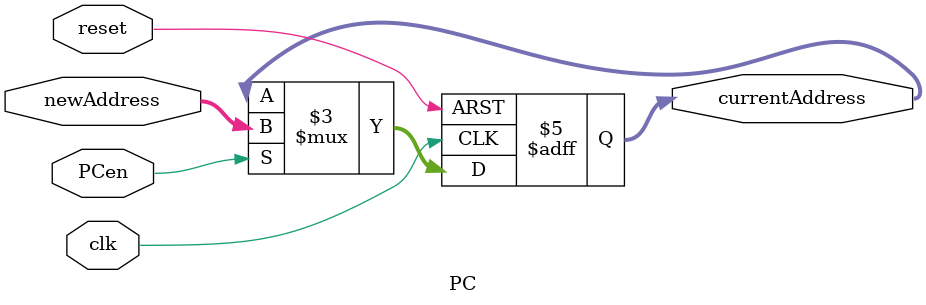
<source format=v>
`timescale 1ns / 1ps
module PC(
    input clk,
	input reset,
	input PCen,
    input [31:0] newAddress,           
    output reg[31:0] currentAddress  
    );

    always@(posedge clk or posedge reset)
    begin
        if (reset) 
		  currentAddress <= 0;
		else if (PCen) 
		  currentAddress <= newAddress;
		else 
		  currentAddress <= currentAddress;
    end

endmodule

</source>
